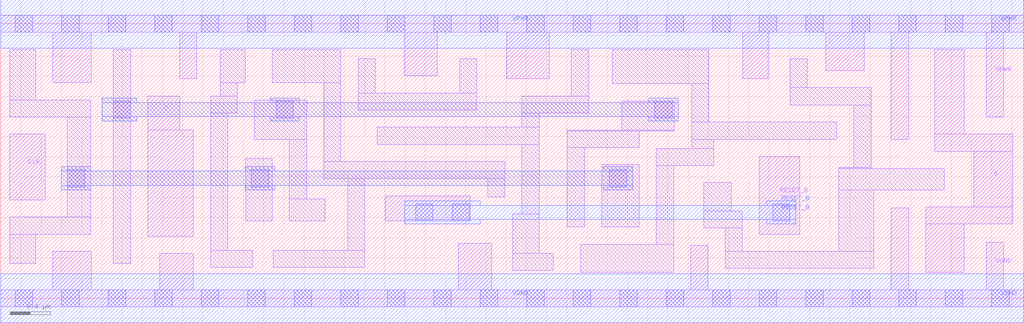
<source format=lef>
# Copyright 2020 The SkyWater PDK Authors
#
# Licensed under the Apache License, Version 2.0 (the "License");
# you may not use this file except in compliance with the License.
# You may obtain a copy of the License at
#
#     https://www.apache.org/licenses/LICENSE-2.0
#
# Unless required by applicable law or agreed to in writing, software
# distributed under the License is distributed on an "AS IS" BASIS,
# WITHOUT WARRANTIES OR CONDITIONS OF ANY KIND, either express or implied.
# See the License for the specific language governing permissions and
# limitations under the License.
#
# SPDX-License-Identifier: Apache-2.0

VERSION 5.7 ;
  NAMESCASESENSITIVE ON ;
  NOWIREEXTENSIONATPIN ON ;
  DIVIDERCHAR "/" ;
  BUSBITCHARS "[]" ;
UNITS
  DATABASE MICRONS 200 ;
END UNITS
PROPERTYDEFINITIONS
  MACRO maskLayoutSubType STRING ;
  MACRO prCellType STRING ;
  MACRO originalViewName STRING ;
END PROPERTYDEFINITIONS
MACRO sky130_fd_sc_hdll__dfrtp_2
  CLASS CORE ;
  FOREIGN sky130_fd_sc_hdll__dfrtp_2 ;
  ORIGIN  0.000000  0.000000 ;
  SIZE  10.12000 BY  2.720000 ;
  SYMMETRY X Y R90 ;
  SITE unithd ;
  PIN CLK
    ANTENNAGATEAREA  0.178200 ;
    DIRECTION INPUT ;
    USE SIGNAL ;
    PORT
      LAYER li1 ;
        RECT 0.090000 0.975000 0.440000 1.625000 ;
    END
  END CLK
  PIN D
    ANTENNAGATEAREA  0.138600 ;
    DIRECTION INPUT ;
    USE SIGNAL ;
    PORT
      LAYER li1 ;
        RECT 1.455000 0.615000 1.905000 1.665000 ;
        RECT 1.455000 1.665000 1.770000 2.005000 ;
    END
  END D
  PIN Q
    ANTENNADIFFAREA  0.530500 ;
    DIRECTION OUTPUT ;
    USE SIGNAL ;
    PORT
      LAYER li1 ;
        RECT 9.150000 0.255000  9.530000 0.735000 ;
        RECT 9.150000 0.735000 10.010000 0.905000 ;
        RECT 9.240000 1.455000 10.010000 1.625000 ;
        RECT 9.240000 1.625000  9.530000 2.465000 ;
        RECT 9.625000 0.905000 10.010000 1.455000 ;
    END
  END Q
  PIN RESET_B
    ANTENNAGATEAREA  0.277200 ;
    DIRECTION INPUT ;
    USE SIGNAL ;
    PORT
      LAYER li1 ;
        RECT 3.805000 0.765000 4.645000 1.015000 ;
        RECT 7.505000 0.635000 7.905000 1.405000 ;
      LAYER mcon ;
        RECT 4.105000 0.765000 4.275000 0.935000 ;
        RECT 4.465000 0.765000 4.635000 0.935000 ;
        RECT 7.635000 0.765000 7.805000 0.935000 ;
      LAYER met1 ;
        RECT 3.995000 0.735000 4.745000 0.780000 ;
        RECT 3.995000 0.780000 7.865000 0.920000 ;
        RECT 3.995000 0.920000 4.745000 0.965000 ;
        RECT 7.575000 0.735000 7.865000 0.780000 ;
        RECT 7.575000 0.920000 7.865000 0.965000 ;
    END
  END RESET_B
  PIN VGND
    DIRECTION INOUT ;
    USE GROUND ;
    PORT
      LAYER li1 ;
        RECT 0.000000 -0.085000 10.120000 0.085000 ;
        RECT 0.515000  0.085000  0.895000 0.465000 ;
        RECT 1.575000  0.085000  1.905000 0.445000 ;
        RECT 4.525000  0.085000  4.855000 0.545000 ;
        RECT 6.825000  0.085000  6.995000 0.525000 ;
        RECT 8.810000  0.085000  8.980000 0.895000 ;
        RECT 9.750000  0.085000  9.920000 0.555000 ;
      LAYER mcon ;
        RECT 0.145000 -0.085000 0.315000 0.085000 ;
        RECT 0.605000 -0.085000 0.775000 0.085000 ;
        RECT 1.065000 -0.085000 1.235000 0.085000 ;
        RECT 1.525000 -0.085000 1.695000 0.085000 ;
        RECT 1.985000 -0.085000 2.155000 0.085000 ;
        RECT 2.445000 -0.085000 2.615000 0.085000 ;
        RECT 2.905000 -0.085000 3.075000 0.085000 ;
        RECT 3.365000 -0.085000 3.535000 0.085000 ;
        RECT 3.825000 -0.085000 3.995000 0.085000 ;
        RECT 4.285000 -0.085000 4.455000 0.085000 ;
        RECT 4.745000 -0.085000 4.915000 0.085000 ;
        RECT 5.205000 -0.085000 5.375000 0.085000 ;
        RECT 5.665000 -0.085000 5.835000 0.085000 ;
        RECT 6.125000 -0.085000 6.295000 0.085000 ;
        RECT 6.585000 -0.085000 6.755000 0.085000 ;
        RECT 7.045000 -0.085000 7.215000 0.085000 ;
        RECT 7.505000 -0.085000 7.675000 0.085000 ;
        RECT 7.965000 -0.085000 8.135000 0.085000 ;
        RECT 8.425000 -0.085000 8.595000 0.085000 ;
        RECT 8.885000 -0.085000 9.055000 0.085000 ;
        RECT 9.345000 -0.085000 9.515000 0.085000 ;
        RECT 9.805000 -0.085000 9.975000 0.085000 ;
      LAYER met1 ;
        RECT 0.000000 -0.240000 10.120000 0.240000 ;
    END
  END VGND
  PIN VPWR
    DIRECTION INOUT ;
    USE POWER ;
    PORT
      LAYER li1 ;
        RECT 0.000000 2.635000 10.120000 2.805000 ;
        RECT 0.515000 2.135000  0.895000 2.635000 ;
        RECT 1.770000 2.175000  1.940000 2.635000 ;
        RECT 3.990000 2.205000  4.320000 2.635000 ;
        RECT 5.005000 2.175000  5.425000 2.635000 ;
        RECT 7.340000 2.175000  7.590000 2.635000 ;
        RECT 8.160000 2.255000  8.540000 2.635000 ;
        RECT 8.810000 1.575000  8.980000 2.635000 ;
        RECT 9.750000 1.795000  9.920000 2.635000 ;
      LAYER mcon ;
        RECT 0.145000 2.635000 0.315000 2.805000 ;
        RECT 0.605000 2.635000 0.775000 2.805000 ;
        RECT 1.065000 2.635000 1.235000 2.805000 ;
        RECT 1.525000 2.635000 1.695000 2.805000 ;
        RECT 1.985000 2.635000 2.155000 2.805000 ;
        RECT 2.445000 2.635000 2.615000 2.805000 ;
        RECT 2.905000 2.635000 3.075000 2.805000 ;
        RECT 3.365000 2.635000 3.535000 2.805000 ;
        RECT 3.825000 2.635000 3.995000 2.805000 ;
        RECT 4.285000 2.635000 4.455000 2.805000 ;
        RECT 4.745000 2.635000 4.915000 2.805000 ;
        RECT 5.205000 2.635000 5.375000 2.805000 ;
        RECT 5.665000 2.635000 5.835000 2.805000 ;
        RECT 6.125000 2.635000 6.295000 2.805000 ;
        RECT 6.585000 2.635000 6.755000 2.805000 ;
        RECT 7.045000 2.635000 7.215000 2.805000 ;
        RECT 7.505000 2.635000 7.675000 2.805000 ;
        RECT 7.965000 2.635000 8.135000 2.805000 ;
        RECT 8.425000 2.635000 8.595000 2.805000 ;
        RECT 8.885000 2.635000 9.055000 2.805000 ;
        RECT 9.345000 2.635000 9.515000 2.805000 ;
        RECT 9.805000 2.635000 9.975000 2.805000 ;
      LAYER met1 ;
        RECT 0.000000 2.480000 10.120000 2.960000 ;
    END
  END VPWR
  OBS
    LAYER li1 ;
      RECT 0.090000 0.345000 0.345000 0.635000 ;
      RECT 0.090000 0.635000 0.890000 0.805000 ;
      RECT 0.090000 1.795000 0.890000 1.965000 ;
      RECT 0.090000 1.965000 0.345000 2.465000 ;
      RECT 0.660000 0.805000 0.890000 1.795000 ;
      RECT 1.115000 0.345000 1.285000 2.465000 ;
      RECT 2.075000 0.305000 2.495000 0.475000 ;
      RECT 2.075000 0.475000 2.245000 1.835000 ;
      RECT 2.075000 1.835000 2.340000 2.005000 ;
      RECT 2.170000 2.005000 2.340000 2.135000 ;
      RECT 2.170000 2.135000 2.420000 2.465000 ;
      RECT 2.425000 0.765000 2.685000 1.385000 ;
      RECT 2.510000 1.575000 3.025000 1.965000 ;
      RECT 2.685000 2.135000 3.365000 2.465000 ;
      RECT 2.695000 0.305000 3.600000 0.475000 ;
      RECT 2.855000 0.765000 3.210000 0.985000 ;
      RECT 2.855000 0.985000 3.025000 1.575000 ;
      RECT 3.195000 1.185000 4.985000 1.355000 ;
      RECT 3.195000 1.355000 3.365000 2.135000 ;
      RECT 3.430000 0.475000 3.600000 1.185000 ;
      RECT 3.535000 1.865000 4.710000 2.035000 ;
      RECT 3.535000 2.035000 3.705000 2.375000 ;
      RECT 3.725000 1.525000 5.325000 1.695000 ;
      RECT 4.540000 2.035000 4.710000 2.375000 ;
      RECT 4.815000 1.005000 4.985000 1.185000 ;
      RECT 5.065000 0.275000 5.465000 0.445000 ;
      RECT 5.065000 0.445000 5.325000 0.835000 ;
      RECT 5.155000 0.835000 5.325000 1.525000 ;
      RECT 5.155000 1.695000 5.325000 1.835000 ;
      RECT 5.155000 1.835000 5.815000 2.005000 ;
      RECT 5.605000 0.705000 5.775000 1.495000 ;
      RECT 5.605000 1.495000 6.315000 1.655000 ;
      RECT 5.605000 1.655000 6.660000 1.665000 ;
      RECT 5.645000 2.005000 5.815000 2.465000 ;
      RECT 5.735000 0.255000 6.655000 0.535000 ;
      RECT 5.945000 0.705000 6.315000 1.325000 ;
      RECT 6.050000 2.125000 7.005000 2.465000 ;
      RECT 6.145000 1.665000 6.660000 1.955000 ;
      RECT 6.485000 0.535000 6.655000 1.315000 ;
      RECT 6.485000 1.315000 7.055000 1.485000 ;
      RECT 6.835000 1.485000 7.055000 1.575000 ;
      RECT 6.835000 1.575000 8.270000 1.745000 ;
      RECT 6.835000 1.745000 7.005000 2.125000 ;
      RECT 6.955000 0.695000 7.335000 0.865000 ;
      RECT 6.955000 0.865000 7.225000 1.145000 ;
      RECT 7.165000 0.295000 8.635000 0.465000 ;
      RECT 7.165000 0.465000 7.335000 0.695000 ;
      RECT 7.810000 1.915000 8.610000 2.085000 ;
      RECT 7.810000 2.085000 7.980000 2.375000 ;
      RECT 8.290000 0.465000 8.635000 1.075000 ;
      RECT 8.290000 1.075000 9.335000 1.285000 ;
      RECT 8.290000 1.285000 8.610000 1.295000 ;
      RECT 8.440000 1.295000 8.610000 1.915000 ;
    LAYER mcon ;
      RECT 0.660000 1.105000 0.830000 1.275000 ;
      RECT 1.115000 1.785000 1.285000 1.955000 ;
      RECT 2.480000 1.105000 2.650000 1.275000 ;
      RECT 2.725000 1.785000 2.895000 1.955000 ;
      RECT 6.020000 1.105000 6.190000 1.275000 ;
      RECT 6.470000 1.785000 6.640000 1.955000 ;
    LAYER met1 ;
      RECT 0.600000 1.075000 0.890000 1.120000 ;
      RECT 0.600000 1.120000 6.250000 1.260000 ;
      RECT 0.600000 1.260000 0.890000 1.305000 ;
      RECT 1.005000 1.755000 1.345000 1.800000 ;
      RECT 1.005000 1.800000 6.700000 1.940000 ;
      RECT 1.005000 1.940000 1.345000 1.985000 ;
      RECT 2.420000 1.075000 2.710000 1.120000 ;
      RECT 2.420000 1.260000 2.710000 1.305000 ;
      RECT 2.665000 1.755000 2.955000 1.800000 ;
      RECT 2.665000 1.940000 2.955000 1.985000 ;
      RECT 5.960000 1.075000 6.250000 1.120000 ;
      RECT 5.960000 1.260000 6.250000 1.305000 ;
      RECT 6.410000 1.755000 6.700000 1.800000 ;
      RECT 6.410000 1.940000 6.700000 1.985000 ;
  END
  PROPERTY maskLayoutSubType "abstract" ;
  PROPERTY prCellType "standard" ;
  PROPERTY originalViewName "layout" ;
END sky130_fd_sc_hdll__dfrtp_2

</source>
